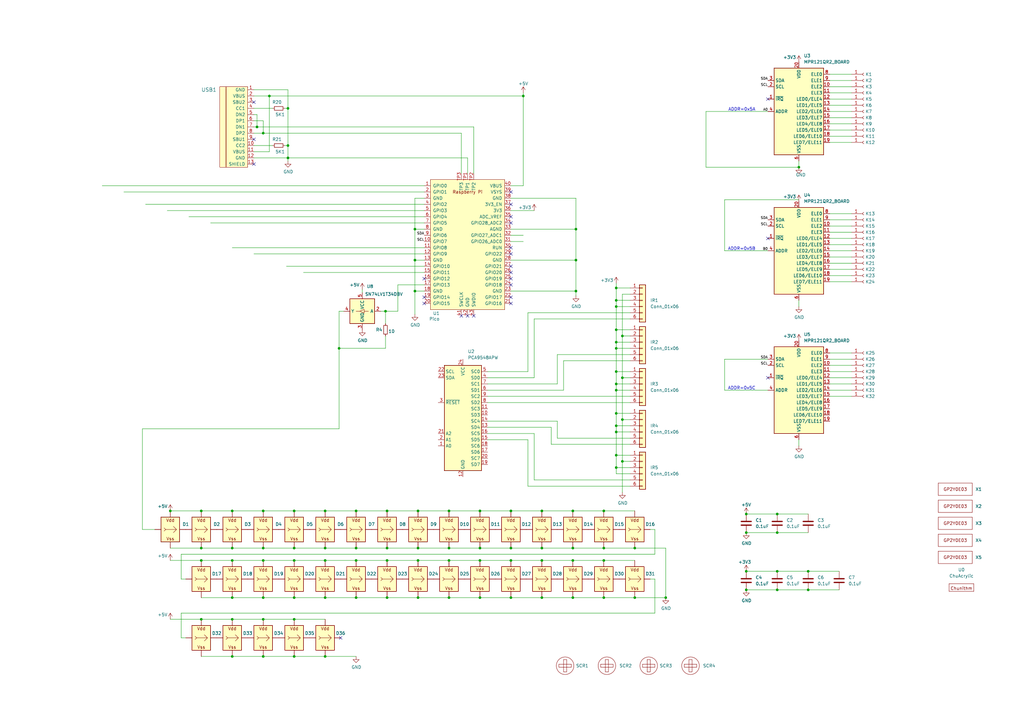
<source format=kicad_sch>
(kicad_sch (version 20211123) (generator eeschema)
  (paper "A3")
  (junction (at 252.73 169.545))
  (junction (at 252.73 160.02))
  (junction (at 255.27 189.23))
  (junction (at 120.65 224.79))
  (junction (at 234.95 245.11))
  (junction (at 158.75 209.55))
  (junction (at 107.95 54.61))
  (junction (at 107.95 224.79))
  (junction (at 247.65 245.11))
  (junction (at 252.73 125.73))
  (junction (at 133.35 269.24))
  (junction (at 214.63 39.37))
  (junction (at 120.65 254))
  (junction (at 260.35 245.11))
  (junction (at 247.65 209.55))
  (junction (at 260.35 224.79))
  (junction (at 252.73 177.165))
  (junction (at 222.25 229.87))
  (junction (at 196.85 224.79))
  (junction (at 146.05 229.87))
  (junction (at 171.45 209.55))
  (junction (at 82.55 254))
  (junction (at 306.07 234.315))
  (junction (at 120.65 269.24))
  (junction (at 331.47 234.315))
  (junction (at 133.35 224.79))
  (junction (at 82.55 229.87))
  (junction (at 252.73 142.875))
  (junction (at 107.95 245.11))
  (junction (at 252.73 118.11))
  (junction (at 306.07 241.935))
  (junction (at 120.65 209.55))
  (junction (at 146.05 224.79))
  (junction (at 158.75 229.87))
  (junction (at 318.77 218.44))
  (junction (at 306.07 210.82))
  (junction (at 331.47 241.935))
  (junction (at 196.85 209.55))
  (junction (at 234.95 224.79))
  (junction (at 171.45 245.11))
  (junction (at 170.18 119.38))
  (junction (at 184.15 229.87))
  (junction (at 110.49 39.37))
  (junction (at 95.25 224.79))
  (junction (at 306.07 218.44))
  (junction (at 255.27 154.94))
  (junction (at 327.66 68.58))
  (junction (at 118.11 64.77))
  (junction (at 95.25 245.11))
  (junction (at 171.45 229.87))
  (junction (at 133.35 209.55))
  (junction (at 184.15 245.11))
  (junction (at 252.73 186.69))
  (junction (at 146.05 209.55))
  (junction (at 247.65 229.87))
  (junction (at 318.77 234.315))
  (junction (at 158.115 127.635))
  (junction (at 252.73 152.4))
  (junction (at 247.65 224.79))
  (junction (at 95.25 229.87))
  (junction (at 184.15 224.79))
  (junction (at 209.55 245.11))
  (junction (at 318.77 210.82))
  (junction (at 107.95 254))
  (junction (at 255.27 137.795))
  (junction (at 171.45 224.79))
  (junction (at 158.75 245.11))
  (junction (at 107.95 269.24))
  (junction (at 133.35 245.11))
  (junction (at 107.95 229.87))
  (junction (at 118.11 59.69))
  (junction (at 252.73 191.77))
  (junction (at 170.18 106.68))
  (junction (at 120.65 229.87))
  (junction (at 118.11 44.45))
  (junction (at 95.25 269.24))
  (junction (at 273.05 245.11))
  (junction (at 120.65 245.11))
  (junction (at 252.73 140.335))
  (junction (at 82.55 209.55))
  (junction (at 234.95 209.55))
  (junction (at 222.25 224.79))
  (junction (at 209.55 209.55))
  (junction (at 252.73 135.255))
  (junction (at 95.25 254))
  (junction (at 252.73 174.625))
  (junction (at 318.77 241.935))
  (junction (at 133.35 229.87))
  (junction (at 107.95 209.55))
  (junction (at 255.27 172.085))
  (junction (at 146.05 245.11))
  (junction (at 170.18 93.98))
  (junction (at 209.55 229.87))
  (junction (at 209.55 224.79))
  (junction (at 95.25 209.55))
  (junction (at 252.73 157.48))
  (junction (at 222.25 245.11))
  (junction (at 196.85 229.87))
  (junction (at 252.73 123.19))
  (junction (at 222.25 209.55))
  (junction (at 139.065 142.875))
  (junction (at 69.85 209.55))
  (junction (at 236.22 106.68))
  (junction (at 236.22 93.98))
  (junction (at 82.55 224.79))
  (junction (at 158.75 224.79))
  (junction (at 105.41 52.07))
  (junction (at 234.95 229.87))
  (junction (at 236.22 119.38))
  (junction (at 196.85 245.11))
  (junction (at 184.15 209.55))
  (no_connect (at 191.77 129.54))
  (no_connect (at 314.96 154.94))
  (no_connect (at 104.14 67.31))
  (no_connect (at 104.14 41.91))
  (no_connect (at 104.14 57.15))
  (no_connect (at 209.55 101.6))
  (no_connect (at 209.55 104.14))
  (no_connect (at 209.55 109.22))
  (no_connect (at 209.55 111.76))
  (no_connect (at 209.55 114.3))
  (no_connect (at 209.55 78.74))
  (no_connect (at 209.55 83.82))
  (no_connect (at 209.55 88.9))
  (no_connect (at 173.99 121.92))
  (no_connect (at 189.23 129.54))
  (no_connect (at 209.55 91.44))
  (no_connect (at 173.99 124.46))
  (no_connect (at 209.55 116.84))
  (no_connect (at 314.96 40.64))
  (no_connect (at 173.99 114.3))
  (no_connect (at 314.96 97.79))
  (no_connect (at 139.7 261.62))
  (no_connect (at 194.31 129.54))
  (no_connect (at 209.55 121.92))
  (no_connect (at 209.55 124.46))
  (wire (pts (xy 314.96 160.02) (xy 297.18 160.02)))
  (wire (pts (xy 327.66 125.73) (xy 327.66 123.19)))
  (wire (pts (xy 118.11 36.83) (xy 118.11 44.45)))
  (wire (pts (xy 209.55 86.36) (xy 219.075 86.36)))
  (wire (pts (xy 170.18 81.28) (xy 170.18 93.98)))
  (wire (pts (xy 252.73 157.48) (xy 258.445 157.48)))
  (wire (pts (xy 252.73 152.4) (xy 252.73 157.48)))
  (wire (pts (xy 171.45 224.79) (xy 184.15 224.79)))
  (wire (pts (xy 173.99 116.84) (xy 163.195 116.84)))
  (wire (pts (xy 117.475 109.22) (xy 173.99 109.22)))
  (wire (pts (xy 340.36 43.18) (xy 349.25 43.18)))
  (wire (pts (xy 216.535 128.27) (xy 258.445 128.27)))
  (wire (pts (xy 222.25 224.79) (xy 234.95 224.79)))
  (wire (pts (xy 139.065 142.875) (xy 139.065 127.635)))
  (wire (pts (xy 209.55 119.38) (xy 236.22 119.38)))
  (wire (pts (xy 340.36 33.02) (xy 349.25 33.02)))
  (wire (pts (xy 340.36 48.26) (xy 349.25 48.26)))
  (wire (pts (xy 86.36 91.44) (xy 173.99 91.44)))
  (wire (pts (xy 104.14 52.07) (xy 105.41 52.07)))
  (wire (pts (xy 120.65 254) (xy 133.35 254)))
  (wire (pts (xy 247.65 209.55) (xy 260.35 209.55)))
  (wire (pts (xy 340.36 38.1) (xy 349.25 38.1)))
  (wire (pts (xy 228.6 172.72) (xy 228.6 179.705)))
  (wire (pts (xy 110.49 62.23) (xy 110.49 39.37)))
  (wire (pts (xy 216.535 180.34) (xy 216.535 199.39)))
  (wire (pts (xy 252.73 191.77) (xy 258.445 191.77)))
  (wire (pts (xy 349.25 115.57) (xy 340.36 115.57)))
  (wire (pts (xy 146.05 209.55) (xy 158.75 209.55)))
  (wire (pts (xy 236.22 81.28) (xy 236.22 93.98)))
  (wire (pts (xy 255.27 137.795) (xy 255.27 154.94)))
  (wire (pts (xy 200.025 154.94) (xy 219.075 154.94)))
  (wire (pts (xy 268.605 217.17) (xy 268.605 227.33)))
  (wire (pts (xy 69.85 229.87) (xy 82.55 229.87)))
  (wire (pts (xy 327.66 182.88) (xy 327.66 180.34)))
  (wire (pts (xy 349.25 90.17) (xy 340.36 90.17)))
  (wire (pts (xy 268.605 227.33) (xy 74.295 227.33)))
  (wire (pts (xy 349.25 58.42) (xy 340.36 58.42)))
  (wire (pts (xy 252.73 142.875) (xy 252.73 152.4)))
  (wire (pts (xy 340.36 55.88) (xy 349.25 55.88)))
  (wire (pts (xy 95.25 224.79) (xy 107.95 224.79)))
  (wire (pts (xy 74.295 261.62) (xy 76.2 261.62)))
  (wire (pts (xy 196.85 224.79) (xy 209.55 224.79)))
  (wire (pts (xy 228.6 172.72) (xy 200.025 172.72)))
  (wire (pts (xy 252.73 135.255) (xy 258.445 135.255)))
  (wire (pts (xy 266.7 217.17) (xy 268.605 217.17)))
  (wire (pts (xy 216.535 180.34) (xy 200.025 180.34)))
  (wire (pts (xy 340.36 45.72) (xy 349.25 45.72)))
  (wire (pts (xy 139.065 127.635) (xy 140.97 127.635)))
  (wire (pts (xy 234.95 209.55) (xy 247.65 209.55)))
  (wire (pts (xy 297.18 147.32) (xy 314.96 147.32)))
  (wire (pts (xy 340.36 30.48) (xy 349.25 30.48)))
  (wire (pts (xy 258.445 120.65) (xy 255.27 120.65)))
  (wire (pts (xy 327.66 68.58) (xy 327.66 66.04)))
  (wire (pts (xy 349.25 160.02) (xy 340.36 160.02)))
  (wire (pts (xy 95.25 254) (xy 107.95 254)))
  (wire (pts (xy 314.96 45.72) (xy 289.56 45.72)))
  (wire (pts (xy 255.27 172.085) (xy 255.27 189.23)))
  (wire (pts (xy 200.025 165.1) (xy 258.445 165.1)))
  (wire (pts (xy 189.23 54.61) (xy 107.95 54.61)))
  (wire (pts (xy 252.73 177.165) (xy 252.73 186.69)))
  (wire (pts (xy 252.73 174.625) (xy 252.73 177.165)))
  (wire (pts (xy 222.25 229.87) (xy 234.95 229.87)))
  (wire (pts (xy 95.25 245.11) (xy 107.95 245.11)))
  (wire (pts (xy 255.27 154.94) (xy 258.445 154.94)))
  (wire (pts (xy 139.065 175.895) (xy 58.42 175.895)))
  (wire (pts (xy 163.195 116.84) (xy 163.195 127.635)))
  (wire (pts (xy 219.075 177.8) (xy 200.025 177.8)))
  (wire (pts (xy 107.95 269.24) (xy 120.65 269.24)))
  (wire (pts (xy 340.36 35.56) (xy 349.25 35.56)))
  (wire (pts (xy 340.36 50.8) (xy 349.25 50.8)))
  (wire (pts (xy 273.05 245.11) (xy 273.05 224.79)))
  (wire (pts (xy 171.45 245.11) (xy 184.15 245.11)))
  (wire (pts (xy 200.025 157.48) (xy 228.6 157.48)))
  (wire (pts (xy 252.73 142.875) (xy 258.445 142.875)))
  (wire (pts (xy 196.85 229.87) (xy 209.55 229.87)))
  (wire (pts (xy 349.25 152.4) (xy 340.36 152.4)))
  (wire (pts (xy 234.95 224.79) (xy 247.65 224.79)))
  (wire (pts (xy 228.6 157.48) (xy 228.6 145.415)))
  (wire (pts (xy 252.73 169.545) (xy 258.445 169.545)))
  (wire (pts (xy 226.06 175.26) (xy 200.025 175.26)))
  (wire (pts (xy 209.55 99.06) (xy 214.63 99.06)))
  (wire (pts (xy 219.075 130.81) (xy 258.445 130.81)))
  (wire (pts (xy 252.73 118.11) (xy 252.73 123.19)))
  (wire (pts (xy 107.95 245.11) (xy 120.65 245.11)))
  (wire (pts (xy 107.95 229.87) (xy 120.65 229.87)))
  (wire (pts (xy 170.18 93.98) (xy 170.18 106.68)))
  (wire (pts (xy 318.77 234.315) (xy 331.47 234.315)))
  (wire (pts (xy 236.22 119.38) (xy 236.22 121.285)))
  (wire (pts (xy 50.8 78.74) (xy 173.99 78.74)))
  (wire (pts (xy 260.35 224.79) (xy 273.05 224.79)))
  (wire (pts (xy 252.73 140.335) (xy 252.73 142.875)))
  (wire (pts (xy 82.55 229.87) (xy 95.25 229.87)))
  (wire (pts (xy 297.18 102.87) (xy 297.18 81.915)))
  (wire (pts (xy 349.25 87.63) (xy 340.36 87.63)))
  (wire (pts (xy 82.55 254) (xy 95.25 254)))
  (wire (pts (xy 209.55 96.52) (xy 214.63 96.52)))
  (wire (pts (xy 349.25 149.86) (xy 340.36 149.86)))
  (wire (pts (xy 226.06 175.26) (xy 226.06 182.245)))
  (wire (pts (xy 133.35 224.79) (xy 146.05 224.79)))
  (wire (pts (xy 318.77 210.82) (xy 331.47 210.82)))
  (wire (pts (xy 340.36 53.34) (xy 349.25 53.34)))
  (wire (pts (xy 58.42 175.895) (xy 58.42 217.17)))
  (wire (pts (xy 120.65 209.55) (xy 133.35 209.55)))
  (wire (pts (xy 200.025 162.56) (xy 258.445 162.56)))
  (wire (pts (xy 252.73 152.4) (xy 258.445 152.4)))
  (wire (pts (xy 133.35 209.55) (xy 146.05 209.55)))
  (wire (pts (xy 105.41 46.99) (xy 105.41 52.07)))
  (wire (pts (xy 139.065 142.875) (xy 139.065 175.895)))
  (wire (pts (xy 194.31 52.07) (xy 105.41 52.07)))
  (wire (pts (xy 163.195 127.635) (xy 158.115 127.635)))
  (wire (pts (xy 107.95 254) (xy 120.65 254)))
  (wire (pts (xy 95.25 269.24) (xy 107.95 269.24)))
  (wire (pts (xy 209.55 209.55) (xy 222.25 209.55)))
  (wire (pts (xy 171.45 229.87) (xy 184.15 229.87)))
  (wire (pts (xy 331.47 241.935) (xy 344.17 241.935)))
  (wire (pts (xy 209.55 229.87) (xy 222.25 229.87)))
  (wire (pts (xy 349.25 105.41) (xy 340.36 105.41)))
  (wire (pts (xy 104.14 64.77) (xy 118.11 64.77)))
  (wire (pts (xy 107.95 49.53) (xy 107.95 54.61)))
  (wire (pts (xy 146.05 245.11) (xy 158.75 245.11)))
  (wire (pts (xy 255.27 137.795) (xy 258.445 137.795)))
  (wire (pts (xy 228.6 179.705) (xy 258.445 179.705)))
  (wire (pts (xy 194.31 71.12) (xy 194.31 52.07)))
  (wire (pts (xy 252.73 177.165) (xy 258.445 177.165)))
  (wire (pts (xy 158.115 127.635) (xy 158.115 132.715)))
  (wire (pts (xy 252.73 118.11) (xy 258.445 118.11)))
  (wire (pts (xy 349.25 162.56) (xy 340.36 162.56)))
  (wire (pts (xy 234.95 229.87) (xy 247.65 229.87)))
  (wire (pts (xy 191.77 71.12) (xy 191.77 64.77)))
  (wire (pts (xy 77.47 88.9) (xy 173.99 88.9)))
  (wire (pts (xy 158.115 142.875) (xy 139.065 142.875)))
  (wire (pts (xy 82.55 209.55) (xy 95.25 209.55)))
  (wire (pts (xy 59.69 83.82) (xy 173.99 83.82)))
  (wire (pts (xy 349.25 157.48) (xy 340.36 157.48)))
  (wire (pts (xy 120.65 224.79) (xy 133.35 224.79)))
  (wire (pts (xy 226.06 182.245) (xy 258.445 182.245)))
  (wire (pts (xy 234.95 245.11) (xy 247.65 245.11)))
  (wire (pts (xy 349.25 110.49) (xy 340.36 110.49)))
  (wire (pts (xy 222.25 245.11) (xy 234.95 245.11)))
  (wire (pts (xy 268.605 251.46) (xy 74.295 251.46)))
  (wire (pts (xy 349.25 107.95) (xy 340.36 107.95)))
  (wire (pts (xy 58.42 217.17) (xy 63.5 217.17)))
  (wire (pts (xy 306.07 218.44) (xy 318.77 218.44)))
  (wire (pts (xy 171.45 209.55) (xy 184.15 209.55)))
  (wire (pts (xy 252.73 125.73) (xy 258.445 125.73)))
  (wire (pts (xy 228.6 145.415) (xy 258.445 145.415)))
  (wire (pts (xy 74.295 237.49) (xy 76.2 237.49)))
  (wire (pts (xy 104.14 62.23) (xy 110.49 62.23)))
  (wire (pts (xy 104.14 104.14) (xy 173.99 104.14)))
  (wire (pts (xy 110.49 39.37) (xy 214.63 39.37)))
  (wire (pts (xy 173.99 111.76) (xy 124.46 111.76)))
  (wire (pts (xy 349.25 92.71) (xy 340.36 92.71)))
  (wire (pts (xy 104.14 54.61) (xy 107.95 54.61)))
  (wire (pts (xy 95.25 209.55) (xy 107.95 209.55)))
  (wire (pts (xy 74.295 227.33) (xy 74.295 237.49)))
  (wire (pts (xy 74.295 251.46) (xy 74.295 261.62)))
  (wire (pts (xy 349.25 147.32) (xy 340.36 147.32)))
  (wire (pts (xy 255.27 189.23) (xy 258.445 189.23)))
  (wire (pts (xy 68.58 86.36) (xy 173.99 86.36)))
  (wire (pts (xy 252.73 174.625) (xy 258.445 174.625)))
  (wire (pts (xy 95.25 229.87) (xy 107.95 229.87)))
  (wire (pts (xy 104.14 59.69) (xy 111.76 59.69)))
  (wire (pts (xy 120.65 245.11) (xy 133.35 245.11)))
  (wire (pts (xy 107.95 224.79) (xy 120.65 224.79)))
  (wire (pts (xy 146.05 229.87) (xy 158.75 229.87)))
  (wire (pts (xy 189.23 71.12) (xy 189.23 54.61)))
  (wire (pts (xy 170.18 106.68) (xy 170.18 119.38)))
  (wire (pts (xy 318.77 218.44) (xy 331.47 218.44)))
  (wire (pts (xy 104.14 44.45) (xy 111.76 44.45)))
  (wire (pts (xy 252.73 186.69) (xy 258.445 186.69)))
  (wire (pts (xy 340.36 40.64) (xy 349.25 40.64)))
  (wire (pts (xy 107.95 209.55) (xy 120.65 209.55)))
  (wire (pts (xy 255.27 120.65) (xy 255.27 137.795)))
  (wire (pts (xy 252.73 194.31) (xy 258.445 194.31)))
  (wire (pts (xy 247.65 224.79) (xy 260.35 224.79)))
  (wire (pts (xy 118.11 59.69) (xy 116.84 59.69)))
  (wire (pts (xy 349.25 102.87) (xy 340.36 102.87)))
  (wire (pts (xy 191.77 64.77) (xy 118.11 64.77)))
  (wire (pts (xy 82.55 269.24) (xy 95.25 269.24)))
  (wire (pts (xy 219.075 177.8) (xy 219.075 196.85)))
  (wire (pts (xy 120.65 269.24) (xy 133.35 269.24)))
  (wire (pts (xy 266.7 237.49) (xy 268.605 237.49)))
  (wire (pts (xy 196.85 245.11) (xy 209.55 245.11)))
  (wire (pts (xy 104.14 36.83) (xy 118.11 36.83)))
  (wire (pts (xy 82.55 245.11) (xy 95.25 245.11)))
  (wire (pts (xy 104.14 39.37) (xy 110.49 39.37)))
  (wire (pts (xy 268.605 237.49) (xy 268.605 251.46)))
  (wire (pts (xy 331.47 234.315) (xy 344.17 234.315)))
  (wire (pts (xy 184.15 224.79) (xy 196.85 224.79)))
  (wire (pts (xy 184.15 229.87) (xy 196.85 229.87)))
  (wire (pts (xy 252.73 123.19) (xy 258.445 123.19)))
  (wire (pts (xy 158.75 209.55) (xy 171.45 209.55)))
  (wire (pts (xy 258.445 160.02) (xy 252.73 160.02)))
  (wire (pts (xy 173.99 81.28) (xy 170.18 81.28)))
  (wire (pts (xy 297.18 160.02) (xy 297.18 147.32)))
  (wire (pts (xy 170.18 119.38) (xy 173.99 119.38)))
  (wire (pts (xy 236.22 106.68) (xy 236.22 119.38)))
  (wire (pts (xy 297.18 81.915) (xy 327.66 81.915)))
  (wire (pts (xy 158.115 137.795) (xy 158.115 142.875)))
  (wire (pts (xy 69.85 254) (xy 82.55 254)))
  (wire (pts (xy 252.73 116.205) (xy 252.73 118.11)))
  (wire (pts (xy 146.05 224.79) (xy 158.75 224.79)))
  (wire (pts (xy 158.75 224.79) (xy 171.45 224.79)))
  (wire (pts (xy 289.56 45.72) (xy 289.56 68.58)))
  (wire (pts (xy 133.35 269.24) (xy 146.05 269.24)))
  (wire (pts (xy 209.55 81.28) (xy 236.22 81.28)))
  (wire (pts (xy 120.65 229.87) (xy 133.35 229.87)))
  (wire (pts (xy 349.25 154.94) (xy 340.36 154.94)))
  (wire (pts (xy 158.75 229.87) (xy 171.45 229.87)))
  (wire (pts (xy 252.73 160.02) (xy 252.73 169.545)))
  (wire (pts (xy 209.55 106.68) (xy 236.22 106.68)))
  (wire (pts (xy 133.35 229.87) (xy 146.05 229.87)))
  (wire (pts (xy 148.59 118.745) (xy 148.59 120.015)))
  (wire (pts (xy 118.11 44.45) (xy 118.11 59.69)))
  (wire (pts (xy 133.35 245.11) (xy 146.05 245.11)))
  (wire (pts (xy 82.55 224.79) (xy 95.25 224.79)))
  (wire (pts (xy 255.27 172.085) (xy 258.445 172.085)))
  (wire (pts (xy 236.22 93.98) (xy 236.22 106.68)))
  (wire (pts (xy 196.85 209.55) (xy 209.55 209.55)))
  (wire (pts (xy 118.11 64.77) (xy 118.11 66.04)))
  (wire (pts (xy 318.77 241.935) (xy 331.47 241.935)))
  (wire (pts (xy 306.07 241.935) (xy 318.77 241.935)))
  (wire (pts (xy 255.27 154.94) (xy 255.27 172.085)))
  (wire (pts (xy 247.65 229.87) (xy 260.35 229.87)))
  (wire (pts (xy 349.25 100.33) (xy 340.36 100.33)))
  (wire (pts (xy 216.535 199.39) (xy 258.445 199.39)))
  (wire (pts (xy 200.025 152.4) (xy 216.535 152.4)))
  (wire (pts (xy 231.14 147.955) (xy 258.445 147.955)))
  (wire (pts (xy 314.96 102.87) (xy 297.18 102.87)))
  (wire (pts (xy 289.56 68.58) (xy 327.66 68.58)))
  (wire (pts (xy 184.15 245.11) (xy 196.85 245.11)))
  (wire (pts (xy 209.55 93.98) (xy 236.22 93.98)))
  (wire (pts (xy 219.075 196.85) (xy 258.445 196.85)))
  (wire (pts (xy 209.55 224.79) (xy 222.25 224.79)))
  (wire (pts (xy 252.73 135.255) (xy 252.73 140.335)))
  (wire (pts (xy 247.65 245.11) (xy 260.35 245.11)))
  (wire (pts (xy 260.35 245.11) (xy 273.05 245.11)))
  (wire (pts (xy 252.73 125.73) (xy 252.73 135.255)))
  (wire (pts (xy 216.535 152.4) (xy 216.535 128.27)))
  (wire (pts (xy 184.15 209.55) (xy 196.85 209.55)))
  (wire (pts (xy 214.63 39.37) (xy 214.63 38.1)))
  (wire (pts (xy 158.75 245.11) (xy 171.45 245.11)))
  (wire (pts (xy 104.14 49.53) (xy 107.95 49.53)))
  (wire (pts (xy 118.11 59.69) (xy 118.11 64.77)))
  (wire (pts (xy 349.25 144.78) (xy 340.36 144.78)))
  (wire (pts (xy 209.55 245.11) (xy 222.25 245.11)))
  (wire (pts (xy 95.25 101.6) (xy 173.99 101.6)))
  (wire (pts (xy 222.25 209.55) (xy 234.95 209.55)))
  (wire (pts (xy 306.07 210.82) (xy 318.77 210.82)))
  (wire (pts (xy 104.14 46.99) (xy 105.41 46.99)))
  (wire (pts (xy 252.73 123.19) (xy 252.73 125.73)))
  (wire (pts (xy 170.18 93.98) (xy 173.99 93.98)))
  (wire (pts (xy 252.73 157.48) (xy 252.73 160.02)))
  (wire (pts (xy 118.11 44.45) (xy 116.84 44.45)))
  (wire (pts (xy 69.85 224.79) (xy 82.55 224.79)))
  (wire (pts (xy 252.73 191.77) (xy 252.73 194.31)))
  (wire (pts (xy 252.73 140.335) (xy 258.445 140.335)))
  (wire (pts (xy 209.55 76.2) (xy 214.63 76.2)))
  (wire (pts (xy 158.115 127.635) (xy 156.21 127.635)))
  (wire (pts (xy 349.25 97.79) (xy 340.36 97.79)))
  (wire (pts (xy 349.25 95.25) (xy 340.36 95.25)))
  (wire (pts (xy 69.85 209.55) (xy 82.55 209.55)))
  (wire (pts (xy 41.91 76.2) (xy 173.99 76.2)))
  (wire (pts (xy 200.025 160.02) (xy 231.14 160.02)))
  (wire (pts (xy 214.63 39.37) (xy 214.63 76.2)))
  (wire (pts (xy 252.73 186.69) (xy 252.73 191.77)))
  (wire (pts (xy 170.18 119.38) (xy 170.18 128.905)))
  (wire (pts (xy 252.73 169.545) (xy 252.73 174.625)))
  (wire (pts (xy 170.18 106.68) (xy 173.99 106.68)))
  (wire (pts (xy 306.07 234.315) (xy 318.77 234.315)))
  (wire (pts (xy 255.27 189.23) (xy 255.27 201.93)))
  (wire (pts (xy 219.075 154.94) (xy 219.075 130.81)))
  (wire (pts (xy 349.25 113.03) (xy 340.36 113.03)))
  (wire (pts (xy 231.14 160.02) (xy 231.14 147.955)))
  (text "ADDR=0x5C" (at 309.88 160.02 180) (effects (font (size 1.27 1.27)) (justify right bottom)))
  (text "ADDR=0x5A" (at 309.88 45.72 180) (effects (font (size 1.27 1.27)) (justify right bottom)))
  (text "ADDR=0x5B" (at 309.88 102.87 180) (effects (font (size 1.27 1.27)) (justify right bottom)))
  (label "SCL" (at 314.96 149.86 180) (effects (font (size 1 1))))
  (label "SDA" (at 173.99 96.52 180) (effects (font (size 1 1))))
  (label "SCL" (at 314.96 35.56 180) (effects (font (size 1 1))))
  (label "SDA" (at 314.96 147.32 180) (effects (font (size 1 1))))
  (label "SDA" (at 314.96 90.17 180) (effects (font (size 1 1))))
  (label "A0" (at 314.96 45.72 180) (effects (font (size 1 1))))
  (label "SCL" (at 173.99 99.06 180) (effects (font (size 1 1))))
  (label "SCL" (at 314.96 92.71 180) (effects (font (size 1 1))))
  (label "B0" (at 314.96 102.87 180) (effects (font (size 1 1))))
  (label "SDA" (at 314.96 33.02 180) (effects (font (size 1 1))))
  (symbol (lib_id "MCU_RaspberryPi_and_Boards:Pico") (at 191.77 100.33 0) (unit 1)
    (property "Reference" "U1" (at 180.34 128.4986 0) (effects (justify right)))
    (property "Value" "Pico" (at 180.34 130.81 0) (effects (justify right)))
    (property "Footprint" "chu_main:RPi_Pico_SMD_Pins" (effects hide))
  )
  (symbol (lib_id "Type-C:HRO-TYPE-C-31-M-12") (at 101.6 50.8 0) (unit 1)
    (property "Reference" "USB1" (at 82.55 36.83 0) (effects (font (size 1.524 1.524)) (justify left)))
    (property "Value" "U262-161N-4BVC11" (effects hide))
    (property "Footprint" "Type-C:HRO-TYPE-C-31-M-12-Assembly" (effects hide))
    (property "LCSC" "C319148" (effects hide))
  )
  (symbol (lib_id "power:GND") (at 118.11 66.04 0) (unit 1)
    (property "Reference" "#PWR0112" (effects hide))
    (property "Value" "GND" (at 118.237 70.4342 0))
  )
  (symbol (lib_id "power:+5V") (at 214.63 38.1 0) (unit 1)
    (property "Reference" "#PWR0114" (effects hide))
    (property "Value" "+5V" (at 214.63 34.29 0))
  )
  (symbol (lib_id "Device:R_Small") (at 114.3 59.69 90) (unit 1)
    (property "Reference" "R21" (at 115.57 57.15 90) (effects (justify left)))
    (property "Value" "5K1" (at 116.84 62.23 90) (effects (justify left)))
    (property "Footprint" "Resistor_SMD:R_0603_1608Metric" (effects hide))
    (property "LCSC" "C23186" (effects hide))
  )
  (symbol (lib_id "Device:R_Small") (at 114.3 44.45 90) (unit 1)
    (property "Reference" "R20" (at 115.57 41.91 90) (effects (justify left)))
    (property "Value" "5K1" (at 116.84 46.99 90) (effects (justify left)))
    (property "Footprint" "Resistor_SMD:R_0603_1608Metric" (effects hide))
    (property "LCSC" "C23186" (effects hide))
  )
  (symbol (lib_id "Connector:Conn_01x01_Female") (at 354.33 55.88 0) (unit 1)
    (property "Reference" "K11" (at 354.965 55.8799 0) (effects (justify left)))
    (property "Value" "Conn_01x01_Female" (effects hide))
    (property "Footprint" "chu_main:ChuKey" (effects hide))
  )
  (symbol (lib_id "chu_main:WS2812B_Unified") (at 82.55 261.62 0) (unit 1)
    (property "Reference" "D32" (at 88.9 259.715 0))
    (property "Value" "WS2812B_Unified" (effects hide))
    (property "Footprint" "chu_main:WS2812B-2835" (effects hide))
  )
  (symbol (lib_id "Connector:Conn_01x01_Female") (at 354.33 35.56 0) (unit 1)
    (property "Reference" "K3" (at 354.965 35.5599 0) (effects (justify left)))
    (property "Value" "Conn_01x01_Female" (effects hide))
    (property "Footprint" "chu_main:ChuKey" (effects hide))
  )
  (symbol (lib_id "chu_main:GP2Y0E03_REAL") (at 391.795 196.215 0) (unit 1)
    (property "Reference" "X1" (at 400.05 200.6599 0) (effects (justify left)))
    (property "Value" "GP2Y0E03_REAL" (effects hide))
    (property "Footprint" "chu_main:GP2Y0E03_REAL" (effects hide))
  )
  (symbol (lib_id "power:GND") (at 327.66 68.58 0) (unit 1)
    (property "Reference" "#PWR0122" (effects hide))
    (property "Value" "GND" (at 328.422 71.7042 0))
  )
  (symbol (lib_id "Connector:Conn_01x01_Female") (at 354.33 162.56 0) (unit 1)
    (property "Reference" "K32" (at 354.965 162.56 0) (effects (justify left)))
    (property "Value" "Conn_01x01_Female" (effects hide))
    (property "Footprint" "chu_main:ChuKeyScrews" (effects hide))
  )
  (symbol (lib_id "chu_main:WS2812B_Unified") (at 82.55 237.49 0) (unit 1)
    (property "Reference" "D17" (at 88.9 235.331 0))
    (property "Value" "WS2812B_Unified" (effects hide))
    (property "Footprint" "chu_main:WS2812B-4020" (effects hide))
  )
  (symbol (lib_id "chu_main:WS2812B_Unified") (at 120.65 237.49 0) (unit 1)
    (property "Reference" "D20" (at 127 235.331 0))
    (property "Value" "WS2812B_Unified" (effects hide))
    (property "Footprint" "chu_main:WS2812B-4020" (effects hide))
  )
  (symbol (lib_id "chu_main:GP2Y0E03_REAL") (at 391.795 203.2 0) (unit 1)
    (property "Reference" "X2" (at 400.05 207.6449 0) (effects (justify left)))
    (property "Value" "GP2Y0E03_REAL" (effects hide))
    (property "Footprint" "chu_main:GP2Y0E03_REAL" (effects hide))
  )
  (symbol (lib_id "Device:C") (at 306.07 238.125 0) (unit 1)
    (property "Reference" "C4" (at 309.88 236.8549 0) (effects (justify left)))
    (property "Value" "0.1uF" (at 309.88 239.3949 0) (effects (justify left)))
    (property "Footprint" "Capacitor_SMD:C_0603_1608Metric_Pad1.08x0.95mm_HandSolder" (effects hide))
  )
  (symbol (lib_id "chu_main:WS2812B_Unified") (at 146.05 217.17 0) (unit 1)
    (property "Reference" "D7" (at 152.4 215.011 0))
    (property "Value" "WS2812B_Unified" (effects hide))
    (property "Footprint" "chu_main:WS2812B-4020" (effects hide))
  )
  (symbol (lib_id "Connector:Conn_01x01_Female") (at 354.33 90.17 0) (unit 1)
    (property "Reference" "K14" (at 354.965 90.17 0) (effects (justify left)))
    (property "Value" "Conn_01x01_Female" (effects hide))
    (property "Footprint" "chu_main:ChuKeyScrews" (effects hide))
  )
  (symbol (lib_id "Device:C") (at 331.47 214.63 0) (unit 1)
    (property "Reference" "C3" (at 335.28 213.3599 0) (effects (justify left)))
    (property "Value" "0.1uF" (at 335.28 215.8999 0) (effects (justify left)))
    (property "Footprint" "Capacitor_SMD:C_0603_1608Metric_Pad1.08x0.95mm_HandSolder" (effects hide))
  )
  (symbol (lib_id "Connector:Conn_01x01_Female") (at 354.33 154.94 0) (unit 1)
    (property "Reference" "K29" (at 354.965 154.94 0) (effects (justify left)))
    (property "Value" "Conn_01x01_Female" (effects hide))
    (property "Footprint" "chu_main:ChuKey" (effects hide))
  )
  (symbol (lib_id "Device:C") (at 344.17 238.125 0) (unit 1)
    (property "Reference" "C7" (at 347.98 236.8549 0) (effects (justify left)))
    (property "Value" "0.1uF" (at 347.98 239.3949 0) (effects (justify left)))
    (property "Footprint" "Capacitor_SMD:C_0603_1608Metric_Pad1.08x0.95mm_HandSolder" (effects hide))
  )
  (symbol (lib_id "chu_main:WS2812B_Unified") (at 133.35 237.49 0) (unit 1)
    (property "Reference" "D21" (at 139.7 235.331 0))
    (property "Value" "WS2812B_Unified" (effects hide))
    (property "Footprint" "chu_main:WS2812B-4020" (effects hide))
  )
  (symbol (lib_id "chu_main:WS2812B_Unified") (at 120.65 261.62 0) (unit 1)
    (property "Reference" "D35" (at 127 259.715 0))
    (property "Value" "WS2812B_Unified" (effects hide))
    (property "Footprint" "chu_main:WS2812B-2835" (effects hide))
  )
  (symbol (lib_id "chu_main:WS2812B_Unified") (at 171.45 217.17 0) (unit 1)
    (property "Reference" "D9" (at 177.8 215.011 0))
    (property "Value" "WS2812B_Unified" (effects hide))
    (property "Footprint" "chu_main:WS2812B-4020" (effects hide))
  )
  (symbol (lib_id "chu_main:WS2812B_Unified") (at 69.85 217.17 0) (unit 1)
    (property "Reference" "D1" (at 76.2 215.011 0))
    (property "Value" "WS2812B_Unified" (effects hide))
    (property "Footprint" "chu_main:WS2812B-4020" (effects hide))
  )
  (symbol (lib_id "Connector:Conn_01x01_Female") (at 354.33 157.48 0) (unit 1)
    (property "Reference" "K30" (at 354.965 157.48 0) (effects (justify left)))
    (property "Value" "Conn_01x01_Female" (effects hide))
    (property "Footprint" "chu_main:ChuKeyScrews" (effects hide))
  )
  (symbol (lib_id "Connector:Conn_01x01_Female") (at 354.33 30.48 0) (unit 1)
    (property "Reference" "K1" (at 354.965 30.4799 0) (effects (justify left)))
    (property "Value" "Conn_01x01_Female" (effects hide))
    (property "Footprint" "chu_main:ChuKey" (effects hide))
  )
  (symbol (lib_id "power:+3V3") (at 306.07 234.315 0) (unit 1)
    (property "Reference" "#PWR0105" (effects hide))
    (property "Value" "+3V3" (at 305.435 230.505 0))
  )
  (symbol (lib_id "power:GND") (at 306.07 241.935 0) (unit 1)
    (property "Reference" "#PWR0116" (effects hide))
    (property "Value" "GND" (at 306.197 246.3292 0))
  )
  (symbol (lib_id "Connector:Conn_01x01_Female") (at 354.33 45.72 0) (unit 1)
    (property "Reference" "K7" (at 354.965 45.7199 0) (effects (justify left)))
    (property "Value" "Conn_01x01_Female" (effects hide))
    (property "Footprint" "chu_main:ChuKey" (effects hide))
  )
  (symbol (lib_id "Device:R_Small") (at 158.115 135.255 180) (unit 1)
    (property "Reference" "R4" (at 156.845 135.255 0) (effects (justify left)))
    (property "Value" "10" (at 161.925 135.89 0) (effects (justify left)))
    (property "Footprint" "Resistor_SMD:R_0603_1608Metric" (effects hide))
    (property "LCSC" "C23186" (effects hide))
  )
  (symbol (lib_id "chu_main:WS2812B_Unified") (at 184.15 237.49 0) (unit 1)
    (property "Reference" "D25" (at 190.5 235.331 0))
    (property "Value" "WS2812B_Unified" (effects hide))
    (property "Footprint" "chu_main:WS2812B-4020" (effects hide))
  )
  (symbol (lib_id "chu_main:WS2812B_Unified") (at 222.25 237.49 0) (unit 1)
    (property "Reference" "D28" (at 228.6 235.331 0))
    (property "Value" "WS2812B_Unified" (effects hide))
    (property "Footprint" "chu_main:WS2812B-4020" (effects hide))
  )
  (symbol (lib_id "power:+5V") (at 69.85 254 0) (unit 1)
    (property "Reference" "#PWR0115" (effects hide))
    (property "Value" "+5V" (at 66.675 252.095 0))
  )
  (symbol (lib_id "power:GND") (at 170.18 128.905 0) (unit 1)
    (property "Reference" "#PWR0125" (effects hide))
    (property "Value" "GND" (at 170.307 133.2992 0))
  )
  (symbol (lib_id "power:GND") (at 236.22 121.285 0) (unit 1)
    (property "Reference" "#PWR0103" (effects hide))
    (property "Value" "GND" (at 236.347 125.6792 0))
  )
  (symbol (lib_id "power:+5V") (at 148.59 118.745 0) (unit 1)
    (property "Reference" "#PWR0117" (effects hide))
    (property "Value" "+5V" (at 145.415 116.84 0))
  )
  (symbol (lib_id "Connector:Conn_01x01_Female") (at 354.33 160.02 0) (unit 1)
    (property "Reference" "K31" (at 354.965 160.02 0) (effects (justify left)))
    (property "Value" "Conn_01x01_Female" (effects hide))
    (property "Footprint" "chu_main:ChuKey" (effects hide))
  )
  (symbol (lib_id "chu_main:WS2812B_Unified") (at 107.95 237.49 0) (unit 1)
    (property "Reference" "D19" (at 114.3 235.331 0))
    (property "Value" "WS2812B_Unified" (effects hide))
    (property "Footprint" "chu_main:WS2812B-4020" (effects hide))
  )
  (symbol (lib_id "chu_main:WS2812B_Unified") (at 184.15 217.17 0) (unit 1)
    (property "Reference" "D10" (at 190.5 215.011 0))
    (property "Value" "WS2812B_Unified" (effects hide))
    (property "Footprint" "chu_main:WS2812B-4020" (effects hide))
  )
  (symbol (lib_id "chu_main:WS2812B_Unified") (at 222.25 217.17 0) (unit 1)
    (property "Reference" "D13" (at 228.6 215.011 0))
    (property "Value" "WS2812B_Unified" (effects hide))
    (property "Footprint" "chu_main:WS2812B-4020" (effects hide))
  )
  (symbol (lib_id "Device:C") (at 331.47 238.125 0) (unit 1)
    (property "Reference" "C6" (at 335.28 236.8549 0) (effects (justify left)))
    (property "Value" "0.1uF" (at 335.28 239.3949 0) (effects (justify left)))
    (property "Footprint" "Capacitor_SMD:C_0603_1608Metric_Pad1.08x0.95mm_HandSolder" (effects hide))
  )
  (symbol (lib_id "Connector:Conn_01x01_Female") (at 354.33 149.86 0) (unit 1)
    (property "Reference" "K27" (at 354.965 149.86 0) (effects (justify left)))
    (property "Value" "Conn_01x01_Female" (effects hide))
    (property "Footprint" "chu_main:ChuKey" (effects hide))
  )
  (symbol (lib_id "power:GND") (at 327.66 182.88 0) (unit 1)
    (property "Reference" "#PWR0119" (effects hide))
    (property "Value" "GND" (at 327.787 187.2742 0))
  )
  (symbol (lib_id "iidx_teeny:ScrewHole") (at 248.92 273.05 0) (unit 1)
    (property "Reference" "SCR2" (at 254 273.0499 0) (effects (justify left)))
    (property "Value" "ScrewHole" (effects hide))
    (property "Footprint" "chu_main:MountingHole_3.2mm_M3" (effects hide))
  )
  (symbol (lib_id "Connector:Conn_01x01_Female") (at 354.33 102.87 0) (unit 1)
    (property "Reference" "K19" (at 354.965 102.87 0) (effects (justify left)))
    (property "Value" "Conn_01x01_Female" (effects hide))
    (property "Footprint" "chu_main:ChuKey" (effects hide))
  )
  (symbol (lib_id "Connector_Generic:Conn_01x06") (at 263.525 174.625 0) (unit 1)
    (property "Reference" "IR4" (at 266.7 174.6249 0) (effects (justify left)))
    (property "Value" "Conn_01x06" (at 266.7 177.1649 0) (effects (justify left)))
    (property "Footprint" "chu_main:GP2Y0E03" (effects hide))
  )
  (symbol (lib_id "Connector:Conn_01x01_Female") (at 354.33 43.18 0) (unit 1)
    (property "Reference" "K6" (at 354.965 43.18 0) (effects (justify left)))
    (property "Value" "Conn_01x01_Female" (effects hide))
    (property "Footprint" "chu_main:ChuKeyScrews" (effects hide))
  )
  (symbol (lib_id "chu_main:WS2812B_Unified") (at 196.85 237.49 0) (unit 1)
    (property "Reference" "D26" (at 203.2 235.331 0))
    (property "Value" "WS2812B_Unified" (effects hide))
    (property "Footprint" "chu_main:WS2812B-4020" (effects hide))
  )
  (symbol (lib_id "power:GND") (at 148.59 135.255 0) (unit 1)
    (property "Reference" "#PWR0113" (effects hide))
    (property "Value" "GND" (at 148.717 139.6492 0))
  )
  (symbol (lib_id "Connector:Conn_01x01_Female") (at 354.33 92.71 0) (unit 1)
    (property "Reference" "K15" (at 354.965 92.71 0) (effects (justify left)))
    (property "Value" "Conn_01x01_Female" (effects hide))
    (property "Footprint" "chu_main:ChuKey" (effects hide))
  )
  (symbol (lib_id "chu_main:WS2812B_Unified") (at 196.85 217.17 0) (unit 1)
    (property "Reference" "D11" (at 203.2 215.011 0))
    (property "Value" "WS2812B_Unified" (effects hide))
    (property "Footprint" "chu_main:WS2812B-4020" (effects hide))
  )
  (symbol (lib_id "chu_main:WS2812B_Unified") (at 171.45 237.49 0) (unit 1)
    (property "Reference" "D24" (at 177.8 235.331 0))
    (property "Value" "WS2812B_Unified" (effects hide))
    (property "Footprint" "chu_main:WS2812B-4020" (effects hide))
  )
  (symbol (lib_id "power:GND") (at 327.66 125.73 0) (unit 1)
    (property "Reference" "#PWR0120" (effects hide))
    (property "Value" "GND" (at 327.787 130.1242 0))
  )
  (symbol (lib_id "chu_main:WS2812B_Unified") (at 209.55 217.17 0) (unit 1)
    (property "Reference" "D12" (at 215.9 215.011 0))
    (property "Value" "WS2812B_Unified" (effects hide))
    (property "Footprint" "chu_main:WS2812B-4020" (effects hide))
  )
  (symbol (lib_id "Connector_Generic:Conn_01x06") (at 263.525 123.19 0) (unit 1)
    (property "Reference" "IR1" (at 266.7 123.1899 0) (effects (justify left)))
    (property "Value" "Conn_01x06" (at 266.7 125.7299 0) (effects (justify left)))
    (property "Footprint" "chu_main:GP2Y0E03" (effects hide))
  )
  (symbol (lib_id "chu_main:GP2Y0E03_REAL") (at 391.795 210.185 0) (unit 1)
    (property "Reference" "X3" (at 400.05 214.6299 0) (effects (justify left)))
    (property "Value" "GP2Y0E03_REAL" (effects hide))
    (property "Footprint" "chu_main:GP2Y0E03_REAL" (effects hide))
  )
  (symbol (lib_id "Device:C") (at 318.77 238.125 0) (unit 1)
    (property "Reference" "C5" (at 322.58 236.8549 0) (effects (justify left)))
    (property "Value" "0.1uF" (at 322.58 239.3949 0) (effects (justify left)))
    (property "Footprint" "Capacitor_SMD:C_0603_1608Metric_Pad1.08x0.95mm_HandSolder" (effects hide))
  )
  (symbol (lib_id "chu_main:WS2812B_Unified") (at 107.95 261.62 0) (unit 1)
    (property "Reference" "D34" (at 114.3 259.715 0))
    (property "Value" "WS2812B_Unified" (effects hide))
    (property "Footprint" "chu_main:WS2812B-2835" (effects hide))
  )
  (symbol (lib_id "Connector:Conn_01x01_Female") (at 354.33 40.64 0) (unit 1)
    (property "Reference" "K5" (at 354.965 40.6399 0) (effects (justify left)))
    (property "Value" "Conn_01x01_Female" (effects hide))
    (property "Footprint" "chu_main:ChuKey" (effects hide))
  )
  (symbol (lib_id "Connector:Conn_01x01_Female") (at 354.33 113.03 0) (unit 1)
    (property "Reference" "K23" (at 354.965 113.0301 0) (effects (justify left)))
    (property "Value" "Conn_01x01_Female" (effects hide))
    (property "Footprint" "chu_main:ChuKey" (effects hide))
  )
  (symbol (lib_id "chu_main:WS2812B_Unified") (at 95.25 261.62 0) (unit 1)
    (property "Reference" "D33" (at 101.6 259.715 0))
    (property "Value" "WS2812B_Unified" (effects hide))
    (property "Footprint" "chu_main:WS2812B-2835" (effects hide))
  )
  (symbol (lib_id "power:+3V3") (at 327.66 139.7 0) (unit 1)
    (property "Reference" "#PWR0121" (effects hide))
    (property "Value" "+3V3" (at 323.85 137.795 0))
  )
  (symbol (lib_id "chu_main:WS2812B_Unified") (at 158.75 217.17 0) (unit 1)
    (property "Reference" "D8" (at 165.1 215.011 0))
    (property "Value" "WS2812B_Unified" (effects hide))
    (property "Footprint" "chu_main:WS2812B-4020" (effects hide))
  )
  (symbol (lib_id "chu_main:MPR121QR2_BOARD") (at 327.66 102.87 0) (unit 1)
    (property "Reference" "U4" (at 329.6794 80.01 0) (effects (justify left)))
    (property "Value" "MPR121QR2_BOARD" (at 329.6794 82.55 0) (effects (justify left)))
    (property "Footprint" "chu_main:MPR121_BOARD" (effects hide))
    (property "Datasheet" "https://resurgentsemi.com/wp-content/uploads/2018/09/MPR121_rev5-Resurgent.pdf?d453f8&d453f8" (effects hide))
  )
  (symbol (lib_id "Connector:Conn_01x01_Female") (at 354.33 53.34 0) (unit 1)
    (property "Reference" "K10" (at 354.965 53.34 0) (effects (justify left)))
    (property "Value" "Conn_01x01_Female" (effects hide))
    (property "Footprint" "chu_main:ChuKeyScrews" (effects hide))
  )
  (symbol (lib_id "chu_main:GP2Y0E03_REAL") (at 391.795 224.155 0) (unit 1)
    (property "Reference" "X5" (at 400.05 228.5999 0) (effects (justify left)))
    (property "Value" "GP2Y0E03_REAL" (effects hide))
    (property "Footprint" "chu_main:GP2Y0E03_REAL" (effects hide))
  )
  (symbol (lib_id "power:GND") (at 273.05 245.11 0) (unit 1)
    (property "Reference" "#PWR0101" (effects hide))
    (property "Value" "GND" (at 273.177 249.5042 0))
  )
  (symbol (lib_id "chu_main:WS2812B_Unified") (at 120.65 217.17 0) (unit 1)
    (property "Reference" "D5" (at 127 215.011 0))
    (property "Value" "WS2812B_Unified" (effects hide))
    (property "Footprint" "chu_main:WS2812B-4020" (effects hide))
  )
  (symbol (lib_id "Connector:Conn_01x01_Female") (at 354.33 97.79 0) (unit 1)
    (property "Reference" "K17" (at 354.965 97.79 0) (effects (justify left)))
    (property "Value" "Conn_01x01_Female" (effects hide))
    (property "Footprint" "chu_main:ChuKey" (effects hide))
  )
  (symbol (lib_id "chu_main:MPR121QR2_BOARD") (at 327.66 45.72 0) (unit 1)
    (property "Reference" "U3" (at 329.6794 22.86 0) (effects (justify left)))
    (property "Value" "MPR121QR2_BOARD" (at 329.6794 25.4 0) (effects (justify left)))
    (property "Footprint" "chu_main:MPR121_BOARD" (effects hide))
    (property "Datasheet" "https://resurgentsemi.com/wp-content/uploads/2018/09/MPR121_rev5-Resurgent.pdf?d453f8&d453f8" (effects hide))
  )
  (symbol (lib_id "Connector_Generic:Conn_01x06") (at 263.525 140.335 0) (unit 1)
    (property "Reference" "IR2" (at 266.7 140.3349 0) (effects (justify left)))
    (property "Value" "Conn_01x06" (at 266.7 142.8749 0) (effects (justify left)))
    (property "Footprint" "chu_main:GP2Y0E03" (effects hide))
  )
  (symbol (lib_id "Connector:Conn_01x01_Female") (at 354.33 105.41 0) (unit 1)
    (property "Reference" "K20" (at 354.965 105.41 0) (effects (justify left)))
    (property "Value" "Conn_01x01_Female" (effects hide))
    (property "Footprint" "chu_main:ChuKeyScrews" (effects hide))
  )
  (symbol (lib_id "Connector_Generic:Conn_01x06") (at 263.525 157.48 0) (unit 1)
    (property "Reference" "IR3" (at 266.7 157.4799 0) (effects (justify left)))
    (property "Value" "Conn_01x06" (at 266.7 160.0199 0) (effects (justify left)))
    (property "Footprint" "chu_main:GP2Y0E03" (effects hide))
  )
  (symbol (lib_id "chu_main:WS2812B_Unified") (at 209.55 237.49 0) (unit 1)
    (property "Reference" "D27" (at 215.9 235.331 0))
    (property "Value" "WS2812B_Unified" (effects hide))
    (property "Footprint" "chu_main:WS2812B-4020" (effects hide))
  )
  (symbol (lib_id "chu_main:WS2812B_Unified") (at 234.95 217.17 0) (unit 1)
    (property "Reference" "D14" (at 241.3 215.011 0))
    (property "Value" "WS2812B_Unified" (effects hide))
    (property "Footprint" "chu_main:WS2812B-4020" (effects hide))
  )
  (symbol (lib_id "chu_main:WS2812B_Unified") (at 82.55 217.17 0) (unit 1)
    (property "Reference" "D2" (at 88.9 215.011 0))
    (property "Value" "WS2812B_Unified" (effects hide))
    (property "Footprint" "chu_main:WS2812B-4020" (effects hide))
  )
  (symbol (lib_id "Connector:Conn_01x01_Female") (at 354.33 50.8 0) (unit 1)
    (property "Reference" "K9" (at 354.965 50.7999 0) (effects (justify left)))
    (property "Value" "Conn_01x01_Female" (effects hide))
    (property "Footprint" "chu_main:ChuKey" (effects hide))
  )
  (symbol (lib_id "power:+3V3") (at 252.73 116.205 0) (unit 1)
    (property "Reference" "#PWR0108" (effects hide))
    (property "Value" "+3V3" (at 248.92 114.935 0))
  )
  (symbol (lib_id "Device:C") (at 306.07 214.63 0) (unit 1)
    (property "Reference" "C1" (at 309.88 213.3599 0) (effects (justify left)))
    (property "Value" "0.1uF" (at 309.88 215.8999 0) (effects (justify left)))
    (property "Footprint" "Capacitor_SMD:C_0603_1608Metric_Pad1.08x0.95mm_HandSolder" (effects hide))
  )
  (symbol (lib_id "chu_main:WS2812B_Unified") (at 260.35 217.17 0) (unit 1)
    (property "Reference" "D16" (at 266.7 215.011 0))
    (property "Value" "WS2812B_Unified" (effects hide))
    (property "Footprint" "chu_main:WS2812B-4020" (effects hide))
  )
  (symbol (lib_id "chu_main:WS2812B_Unified") (at 95.25 237.49 0) (unit 1)
    (property "Reference" "D18" (at 101.6 235.331 0))
    (property "Value" "WS2812B_Unified" (effects hide))
    (property "Footprint" "chu_main:WS2812B-4020" (effects hide))
  )
  (symbol (lib_id "power:+5V") (at 306.07 210.82 0) (unit 1)
    (property "Reference" "#PWR0107" (effects hide))
    (property "Value" "+5V" (at 306.07 207.01 0))
  )
  (symbol (lib_id "Connector:Conn_01x01_Female") (at 354.33 110.49 0) (unit 1)
    (property "Reference" "K22" (at 354.965 110.49 0) (effects (justify left)))
    (property "Value" "Conn_01x01_Female" (effects hide))
    (property "Footprint" "chu_main:ChuKeyScrews" (effects hide))
  )
  (symbol (lib_id "Connector:Conn_01x01_Female") (at 354.33 144.78 0) (unit 1)
    (property "Reference" "K25" (at 354.965 144.78 0) (effects (justify left)))
    (property "Value" "Conn_01x01_Female" (effects hide))
    (property "Footprint" "chu_main:ChuKey" (effects hide))
  )
  (symbol (lib_id "Connector:Conn_01x01_Female") (at 354.33 95.25 0) (unit 1)
    (property "Reference" "K16" (at 354.965 95.25 0) (effects (justify left)))
    (property "Value" "Conn_01x01_Female" (effects hide))
    (property "Footprint" "chu_main:ChuKeyScrews" (effects hide))
  )
  (symbol (lib_id "chu_main:MPR121QR2_BOARD") (at 327.66 160.02 0) (unit 1)
    (property "Reference" "U5" (at 329.6794 137.16 0) (effects (justify left)))
    (property "Value" "MPR121QR2_BOARD" (at 329.6794 139.7 0) (effects (justify left)))
    (property "Footprint" "chu_main:MPR121_BOARD" (effects hide))
    (property "Datasheet" "https://resurgentsemi.com/wp-content/uploads/2018/09/MPR121_rev5-Resurgent.pdf?d453f8&d453f8" (effects hide))
  )
  (symbol (lib_id "Connector_Generic:Conn_01x06") (at 263.525 191.77 0) (unit 1)
    (property "Reference" "IR5" (at 266.7 191.7699 0) (effects (justify left)))
    (property "Value" "Conn_01x06" (at 266.7 194.3099 0) (effects (justify left)))
    (property "Footprint" "chu_main:GP2Y0E03" (effects hide))
  )
  (symbol (lib_id "chu_main:WS2812B_Unified") (at 260.35 237.49 0) (unit 1)
    (property "Reference" "D31" (at 266.7 235.331 0))
    (property "Value" "WS2812B_Unified" (effects hide))
    (property "Footprint" "chu_main:WS2812B-4020" (effects hide))
  )
  (symbol (lib_id "Connector:Conn_01x01_Female") (at 354.33 115.57 0) (unit 1)
    (property "Reference" "K24" (at 354.965 115.5701 0) (effects (justify left)))
    (property "Value" "Conn_01x01_Female" (effects hide))
    (property "Footprint" "chu_main:ChuKeyScrews" (effects hide))
  )
  (symbol (lib_id "power:GND") (at 146.05 269.24 0) (unit 1)
    (property "Reference" "#PWR0110" (effects hide))
    (property "Value" "GND" (at 146.177 273.6342 0))
  )
  (symbol (lib_id "power:+5V") (at 69.85 209.55 0) (unit 1)
    (property "Reference" "#PWR0102" (effects hide))
    (property "Value" "+5V" (at 66.675 207.645 0))
  )
  (symbol (lib_id "power:+5V") (at 69.85 229.87 0) (unit 1)
    (property "Reference" "#PWR0104" (effects hide))
    (property "Value" "+5V" (at 66.675 227.965 0))
  )
  (symbol (lib_id "power:GND") (at 306.07 218.44 0) (unit 1)
    (property "Reference" "#PWR0106" (effects hide))
    (property "Value" "GND" (at 306.197 222.8342 0))
  )
  (symbol (lib_id "chu_main:WS2812B_Unified") (at 107.95 217.17 0) (unit 1)
    (property "Reference" "D4" (at 114.3 215.011 0))
    (property "Value" "WS2812B_Unified" (effects hide))
    (property "Footprint" "chu_main:WS2812B-4020" (effects hide))
  )
  (symbol (lib_id "power:+3V3") (at 327.66 82.55 0) (unit 1)
    (property "Reference" "#PWR0124" (effects hide))
    (property "Value" "+3V3" (at 323.85 80.645 0))
  )
  (symbol (lib_id "iidx_teeny:ScrewHole") (at 283.21 273.05 0) (unit 1)
    (property "Reference" "SCR4" (at 288.29 273.0499 0) (effects (justify left)))
    (property "Value" "ScrewHole" (effects hide))
    (property "Footprint" "chu_main:MountingHole_3.2mm_M3" (effects hide))
  )
  (symbol (lib_id "Connector:Conn_01x01_Female") (at 354.33 147.32 0) (unit 1)
    (property "Reference" "K26" (at 354.965 147.32 0) (effects (justify left)))
    (property "Value" "Conn_01x01_Female" (effects hide))
    (property "Footprint" "chu_main:ChuKeyScrews" (effects hide))
  )
  (symbol (lib_id "chu_main:GP2Y0E03_REAL") (at 391.795 217.17 0) (unit 1)
    (property "Reference" "X4" (at 400.05 221.6149 0) (effects (justify left)))
    (property "Value" "GP2Y0E03_REAL" (effects hide))
    (property "Footprint" "chu_main:GP2Y0E03_REAL" (effects hide))
  )
  (symbol (lib_id "iidx_teeny:ScrewHole") (at 231.775 273.05 0) (unit 1)
    (property "Reference" "SCR1" (at 236.22 273.0499 0) (effects (justify left)))
    (property "Value" "ScrewHole" (effects hide))
    (property "Footprint" "chu_main:MountingHole_3.2mm_M3" (effects hide))
  )
  (symbol (lib_id "chu_main:ChuAcrylic") (at 394.335 240.03 0) (unit 1)
    (property "Reference" "U0" (at 394.335 233.68 0))
    (property "Value" "ChuAcrylic" (at 394.335 236.22 0))
    (property "Footprint" "chu_main:ChuAcrylic" (effects hide))
  )
  (symbol (lib_id "Connector:Conn_01x01_Female") (at 354.33 48.26 0) (unit 1)
    (property "Reference" "K8" (at 354.965 48.26 0) (effects (justify left)))
    (property "Value" "Conn_01x01_Female" (effects hide))
    (property "Footprint" "chu_main:ChuKeyScrews" (effects hide))
  )
  (symbol (lib_id "chu_main:WS2812B_Unified") (at 158.75 237.49 0) (unit 1)
    (property "Reference" "D23" (at 165.1 235.331 0))
    (property "Value" "WS2812B_Unified" (effects hide))
    (property "Footprint" "chu_main:WS2812B-4020" (effects hide))
  )
  (symbol (lib_id "chu_main:WS2812B_Unified") (at 247.65 237.49 0) (unit 1)
    (property "Reference" "D30" (at 254 235.331 0))
    (property "Value" "WS2812B_Unified" (effects hide))
    (property "Footprint" "chu_main:WS2812B-4020" (effects hide))
  )
  (symbol (lib_id "power:GND") (at 255.27 201.93 0) (unit 1)
    (property "Reference" "#PWR0109" (effects hide))
    (property "Value" "GND" (at 255.397 206.3242 0))
  )
  (symbol (lib_id "chu_main:WS2812B_Unified") (at 146.05 237.49 0) (unit 1)
    (property "Reference" "D22" (at 152.4 235.331 0))
    (property "Value" "WS2812B_Unified" (effects hide))
    (property "Footprint" "chu_main:WS2812B-4020" (effects hide))
  )
  (symbol (lib_id "iidx_teeny:ScrewHole") (at 266.065 273.05 0) (unit 1)
    (property "Reference" "SCR3" (at 270.51 273.0499 0) (effects (justify left)))
    (property "Value" "ScrewHole" (effects hide))
    (property "Footprint" "chu_main:MountingHole_3.2mm_M3" (effects hide))
  )
  (symbol (lib_id "Connector:Conn_01x01_Female") (at 354.33 58.42 0) (unit 1)
    (property "Reference" "K12" (at 354.965 58.4199 0) (effects (justify left)))
    (property "Value" "Conn_01x01_Female" (effects hide))
    (property "Footprint" "chu_main:ChuKeyScrews" (effects hide))
  )
  (symbol (lib_id "power:+3V3") (at 327.66 25.4 0) (unit 1)
    (property "Reference" "#PWR0123" (effects hide))
    (property "Value" "+3V3" (at 323.85 23.495 0))
  )
  (symbol (lib_id "power:+3V3") (at 219.075 86.36 0) (unit 1)
    (property "Reference" "#PWR0111" (effects hide))
    (property "Value" "+3V3" (at 215.265 85.09 0))
  )
  (symbol (lib_id "Connector:Conn_01x01_Female") (at 354.33 38.1 0) (unit 1)
    (property "Reference" "K4" (at 354.965 38.1 0) (effects (justify left)))
    (property "Value" "Conn_01x01_Female" (effects hide))
    (property "Footprint" "chu_main:ChuKeyScrews" (effects hide))
  )
  (symbol (lib_id "Logic_LevelTranslator:SN74LV1T34DBV") (at 148.59 127.635 0) (mirror y) (unit 1)
    (property "Reference" "U8" (at 151.765 117.475 0))
    (property "Value" "SN74LV1T34DBV" (at 157.48 120.65 0))
    (property "Footprint" "chu_main:SOT-23-5_Jumper" (effects hide))
    (property "Datasheet" "https://www.ti.com/lit/ds/symlink/sn74lv1t34.pdf" (effects hide))
  )
  (symbol (lib_id "chu_main:WS2812B_Unified") (at 234.95 237.49 0) (unit 1)
    (property "Reference" "D29" (at 241.3 235.331 0))
    (property "Value" "WS2812B_Unified" (effects hide))
    (property "Footprint" "chu_main:WS2812B-4020" (effects hide))
  )
  (symbol (lib_id "Interface_Expansion:PCA9548APW") (at 189.865 170.18 0) (unit 1)
    (property "Reference" "U2" (at 191.8844 144.145 0) (effects (justify left)))
    (property "Value" "PCA9548APW" (at 191.8844 146.685 0) (effects (justify left)))
    (property "Footprint" "Package_SO:TSSOP-24_4.4x7.8mm_P0.65mm" (effects hide))
    (property "Datasheet" "http://www.ti.com/lit/ds/symlink/pca9548a.pdf" (effects hide))
  )
  (symbol (lib_id "chu_main:WS2812B_Unified") (at 247.65 217.17 0) (unit 1)
    (property "Reference" "D15" (at 254 215.011 0))
    (property "Value" "WS2812B_Unified" (effects hide))
    (property "Footprint" "chu_main:WS2812B-4020" (effects hide))
  )
  (symbol (lib_id "chu_main:WS2812B_Unified") (at 133.35 217.17 0) (unit 1)
    (property "Reference" "D6" (at 139.7 215.011 0))
    (property "Value" "WS2812B_Unified" (effects hide))
    (property "Footprint" "chu_main:WS2812B-4020" (effects hide))
  )
  (symbol (lib_id "Connector:Conn_01x01_Female") (at 354.33 152.4 0) (unit 1)
    (property "Reference" "K28" (at 354.965 152.4 0) (effects (justify left)))
    (property "Value" "Conn_01x01_Female" (effects hide))
    (property "Footprint" "chu_main:ChuKeyScrews" (effects hide))
  )
  (symbol (lib_id "Connector:Conn_01x01_Female") (at 354.33 107.95 0) (unit 1)
    (property "Reference" "K21" (at 354.965 107.95 0) (effects (justify left)))
    (property "Value" "Conn_01x01_Female" (effects hide))
    (property "Footprint" "chu_main:ChuKey" (effects hide))
  )
  (symbol (lib_id "Device:C") (at 318.77 214.63 0) (unit 1)
    (property "Reference" "C2" (at 322.58 213.3599 0) (effects (justify left)))
    (property "Value" "0.1uF" (at 322.58 215.8999 0) (effects (justify left)))
    (property "Footprint" "Capacitor_SMD:C_0603_1608Metric_Pad1.08x0.95mm_HandSolder" (effects hide))
  )
  (symbol (lib_id "chu_main:WS2812B_Unified") (at 133.35 261.62 0) (unit 1)
    (property "Reference" "D36" (at 139.7 259.715 0))
    (property "Value" "WS2812B_Unified" (effects hide))
    (property "Footprint" "chu_main:WS2812B-2835" (effects hide))
  )
  (symbol (lib_id "Connector:Conn_01x01_Female") (at 354.33 33.02 0) (unit 1)
    (property "Reference" "K2" (at 354.965 33.02 0) (effects (justify left)))
    (property "Value" "Conn_01x01_Female" (effects hide))
    (property "Footprint" "chu_main:ChuKeyScrews" (effects hide))
  )
  (symbol (lib_id "chu_main:WS2812B_Unified") (at 95.25 217.17 0) (unit 1)
    (property "Reference" "D3" (at 101.6 215.011 0))
    (property "Value" "WS2812B_Unified" (effects hide))
    (property "Footprint" "chu_main:WS2812B-4020" (effects hide))
  )
  (symbol (lib_id "Connector:Conn_01x01_Female") (at 354.33 100.33 0) (unit 1)
    (property "Reference" "K18" (at 354.965 100.33 0) (effects (justify left)))
    (property "Value" "Conn_01x01_Female" (effects hide))
    (property "Footprint" "chu_main:ChuKeyScrews" (effects hide))
  )
  (symbol (lib_id "Connector:Conn_01x01_Female") (at 354.33 87.63 0) (unit 1)
    (property "Reference" "K13" (at 354.965 87.63 0) (effects (justify left)))
    (property "Value" "Conn_01x01_Female" (effects hide))
    (property "Footprint" "chu_main:ChuKey" (effects hide))
  )
)
</source>
